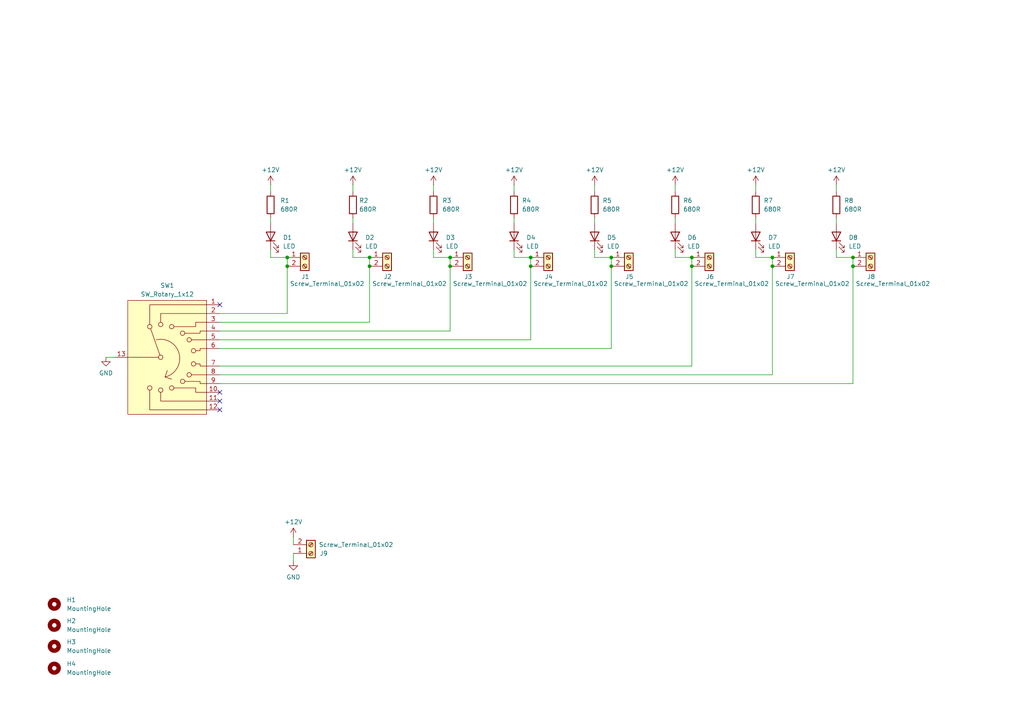
<source format=kicad_sch>
(kicad_sch (version 20250114) (generator "eeschema") (generator_version "9.0")
  (paper "A4")
  (title_block (title "Amp Switcher - 8-way Control Matrix") (date "2025-03-17") (rev "1.0") (comment 3 "SPDX-FileCopyrightText: 2025 Arnaud Ferraris <aferraris@debian.org>") (comment 4 "SPDX-License-Identifier: CERN-OHL-S-2.0+"))
  (lib_symbols
    (symbol "Connector:Screw_Terminal_01x02" (pin_names (offset 1.016) (hide yes))
      (property "Reference" "J" (at 0 2.54 0))
      (property "Value" "Screw_Terminal_01x02" (at 0 -5.08 0))
      (symbol "Screw_Terminal_01x02_1_1"
        (rectangle (start -1.27 1.27) (end 1.27 -3.81) (stroke (width 0.254)) (fill (type background)))
        (polyline (pts (xy -0.5334 0.3302) (xy 0.3302 -0.508)) (stroke (width 0.1524)))
        (polyline (pts (xy -0.5334 -2.2098) (xy 0.3302 -3.048)) (stroke (width 0.1524)))
        (polyline (pts (xy -0.3556 0.508) (xy 0.508 -0.3302)) (stroke (width 0.1524)))
        (polyline (pts (xy -0.3556 -2.032) (xy 0.508 -2.8702)) (stroke (width 0.1524)))
        (circle (center 0 0) (radius 0.635) (stroke (width 0.1524)))
        (circle (center 0 -2.54) (radius 0.635) (stroke (width 0.1524)))
        (pin passive line (at -5.08 0 0) (length 3.81) (name "Pin_1") (number "1"))
        (pin passive line (at -5.08 -2.54 0) (length 3.81) (name "Pin_2") (number "2"))
      )
    )
    (symbol "Device:LED" (pin_numbers (hide yes)) (pin_names (offset 1.016) (hide yes))
      (property "Reference" "D" (at 0 2.54 0))
      (property "Value" "LED" (at 0 -2.54 0))
      (symbol "LED_0_1"
        (polyline (pts (xy -3.048 -0.762) (xy -4.572 -2.286) (xy -3.81 -2.286) (xy -4.572 -2.286) (xy -4.572 -1.524)))
        (polyline (pts (xy -1.778 -0.762) (xy -3.302 -2.286) (xy -2.54 -2.286) (xy -3.302 -2.286) (xy -3.302 -1.524)))
        (polyline (pts (xy -1.27 0) (xy 1.27 0)))
        (polyline (pts (xy -1.27 -1.27) (xy -1.27 1.27)) (stroke (width 0.254)))
        (polyline (pts (xy 1.27 -1.27) (xy 1.27 1.27) (xy -1.27 0) (xy 1.27 -1.27)) (stroke (width 0.254)))
      )
      (symbol "LED_1_1"
        (pin passive line (at -3.81 0 0) (length 2.54) (name "K") (number "1"))
        (pin passive line (at 3.81 0 180) (length 2.54) (name "A") (number "2"))
      )
    )
    (symbol "Device:R" (pin_numbers (hide yes)) (pin_names (offset 0))
      (property "Reference" "R" (at 2.032 0 90))
      (property "Value" "R" (at 0 0 90))
      (symbol "R_0_1"
        (rectangle (start -1.016 -2.54) (end 1.016 2.54) (stroke (width 0.254)))
      )
      (symbol "R_1_1"
        (pin passive line (at 0 3.81 270) (length 1.27) (name "~") (number "1"))
        (pin passive line (at 0 -3.81 90) (length 1.27) (name "~") (number "2"))
      )
    )
    (symbol "Mechanical:MountingHole" (pin_names (offset 1.016)) (exclude_from_sim yes) (in_bom no)
      (property "Reference" "H" (at 0 5.08 0))
      (property "Value" "MountingHole" (at 0 3.175 0))
      (symbol "MountingHole_0_1"
        (circle (center 0 0) (radius 1.27) (stroke (width 1.27)))
      )
    )
    (symbol "Switch:SW_Rotary_1x12" (pin_names (offset 1.016) (hide yes))
      (property "Reference" "SW" (at 0 17.78 0))
      (property "Value" "SW_Rotary_1x12" (at 0 -17.78 0))
      (symbol "SW_Rotary_1x12_0_0"
        (polyline (pts (xy -5.08 9.525) (xy -5.08 15.24) (xy 11.43 15.24)))
        (circle (center -5.08 8.89) (radius 0.635))
        (circle (center -5.08 -8.89) (radius 0.635))
        (polyline (pts (xy -5.08 -9.525) (xy -5.08 -15.24) (xy 11.43 -15.24)))
        (polyline (pts (xy -2.1336 0.6096) (xy -4.826 8.2804)))
        (arc (start -3.175 5.08) (mid 3.4777 0.949) (end -0.635 -5.715))
        (polyline (pts (xy -1.905 10.16) (xy -1.905 12.7) (xy 11.43 12.7)))
        (circle (center -1.905 9.525) (radius 0.635))
        (circle (center -1.905 0) (radius 0.635))
        (circle (center -1.905 -9.525) (radius 0.635))
        (polyline (pts (xy -1.905 -10.16) (xy -1.905 -12.7) (xy 11.43 -12.7)))
        (polyline (pts (xy -0.635 -5.715) (xy 0 -3.81)))
        (polyline (pts (xy -0.635 -5.715) (xy 1.27 -6.35)))
        (circle (center 1.27 8.89) (radius 0.635))
        (circle (center 1.27 -8.89) (radius 0.635))
        (polyline (pts (xy 1.905 8.89) (xy 8.255 8.89) (xy 8.255 10.16) (xy 11.43 10.16)))
        (polyline (pts (xy 1.905 -8.89) (xy 8.255 -8.89) (xy 8.255 -10.16) (xy 11.43 -10.16)))
        (circle (center 4.445 6.985) (radius 0.635))
        (circle (center 4.445 -6.985) (radius 0.635))
        (polyline (pts (xy 5.08 6.985) (xy 9.525 6.985) (xy 9.525 7.62) (xy 11.43 7.62)))
        (polyline (pts (xy 5.08 -6.985) (xy 9.525 -6.985) (xy 9.525 -7.62) (xy 11.43 -7.62)))
        (circle (center 6.35 5.08) (radius 0.635))
        (circle (center 6.35 -5.08) (radius 0.635))
        (polyline (pts (xy 6.985 5.08) (xy 11.43 5.08)))
        (polyline (pts (xy 6.985 -5.08) (xy 11.43 -5.08)))
        (circle (center 7.62 1.905) (radius 0.635))
        (circle (center 7.62 -1.905) (radius 0.635))
        (polyline (pts (xy 8.255 1.905) (xy 9.525 1.905) (xy 9.525 2.54) (xy 11.43 2.54)))
        (polyline (pts (xy 8.255 -1.905) (xy 9.525 -1.905) (xy 9.525 -2.54) (xy 11.43 -2.54)))
      )
      (symbol "SW_Rotary_1x12_1_1"
        (rectangle (start -11.43 16.51) (end 11.43 -16.51) (fill (type background)))
        (polyline (pts (xy -11.43 0) (xy -2.54 0)))
        (pin passive line (at -15.24 0 0) (length 3.81) (name "13") (number "13"))
        (pin passive line (at 15.24 15.24 180) (length 3.81) (name "1") (number "1"))
        (pin passive line (at 15.24 12.7 180) (length 3.81) (name "2") (number "2"))
        (pin passive line (at 15.24 10.16 180) (length 3.81) (name "3") (number "3"))
        (pin passive line (at 15.24 7.62 180) (length 3.81) (name "4") (number "4"))
        (pin passive line (at 15.24 5.08 180) (length 3.81) (name "5") (number "5"))
        (pin passive line (at 15.24 2.54 180) (length 3.81) (name "6") (number "6"))
        (pin passive line (at 15.24 -2.54 180) (length 3.81) (name "7") (number "7"))
        (pin passive line (at 15.24 -5.08 180) (length 3.81) (name "8") (number "8"))
        (pin passive line (at 15.24 -7.62 180) (length 3.81) (name "9") (number "9"))
        (pin passive line (at 15.24 -10.16 180) (length 3.81) (name "10") (number "10"))
        (pin passive line (at 15.24 -12.7 180) (length 3.81) (name "11") (number "11"))
        (pin passive line (at 15.24 -15.24 180) (length 3.81) (name "12") (number "12"))
      )
    )
    (symbol "power:+12V" (power) (pin_numbers (hide yes)) (pin_names (offset 0) (hide yes))
      (property "Value" "+12V" (at 0 3.556 0))
      (symbol "+12V_0_1"
        (polyline (pts (xy -0.762 1.27) (xy 0 2.54)))
        (polyline (pts (xy 0 2.54) (xy 0.762 1.27)))
        (polyline (pts (xy 0 0) (xy 0 2.54)))
      )
      (symbol "+12V_1_1"
        (pin power_in line (at 0 0 90) (length 0) (name "~") (number "1"))
      )
    )
    (symbol "power:GND" (power) (pin_numbers (hide yes)) (pin_names (offset 0) (hide yes))
      (property "Value" "GND" (at 0 -3.81 0))
      (symbol "GND_0_1"
        (polyline (pts (xy 0 0) (xy 0 -1.27) (xy 1.27 -1.27) (xy 0 -2.54) (xy -1.27 -1.27) (xy 0 -1.27)))
      )
      (symbol "GND_1_1"
        (pin power_in line (at 0 0 270) (length 0) (name "~") (number "1"))
      )
    )
  )
  (junction (at 200.66 77.216))
  (junction (at 107.188 74.676))
  (junction (at 153.924 77.216))
  (junction (at 177.292 74.676))
  (junction (at 83.312 74.676))
  (junction (at 107.188 77.216))
  (junction (at 247.396 77.216))
  (junction (at 247.396 74.676))
  (junction (at 153.924 74.676))
  (junction (at 130.556 74.676))
  (junction (at 83.312 77.216))
  (junction (at 224.028 77.216))
  (junction (at 224.028 74.676))
  (junction (at 200.66 74.676))
  (junction (at 177.292 77.216))
  (junction (at 130.556 77.216))
  (no_connect (at 63.754 116.332))
  (no_connect (at 63.754 118.872))
  (no_connect (at 63.754 88.392))
  (no_connect (at 63.754 113.792))
  (wire (pts (xy 149.098 53.594) (xy 149.098 55.626)))
  (wire (pts (xy 78.486 53.594) (xy 78.486 55.626)))
  (wire (pts (xy 200.66 74.676) (xy 200.66 77.216)))
  (wire (pts (xy 149.098 72.39) (xy 149.098 74.676)))
  (wire (pts (xy 195.834 72.39) (xy 195.834 74.676)))
  (wire (pts (xy 247.396 77.216) (xy 247.396 111.252)))
  (wire (pts (xy 219.202 63.246) (xy 219.202 64.77)))
  (wire (pts (xy 85.09 160.528) (xy 85.09 162.814)))
  (wire (pts (xy 63.754 101.092) (xy 177.292 101.092)))
  (wire (pts (xy 107.188 74.676) (xy 107.188 77.216)))
  (wire (pts (xy 63.754 106.172) (xy 200.66 106.172)))
  (wire (pts (xy 125.73 74.676) (xy 130.556 74.676)))
  (wire (pts (xy 242.57 74.676) (xy 247.396 74.676)))
  (wire (pts (xy 224.028 77.216) (xy 224.028 108.712)))
  (wire (pts (xy 172.466 63.246) (xy 172.466 64.77)))
  (wire (pts (xy 125.73 63.246) (xy 125.73 64.77)))
  (wire (pts (xy 63.754 93.472) (xy 107.188 93.472)))
  (wire (pts (xy 83.312 90.932) (xy 83.312 77.216)))
  (wire (pts (xy 102.362 74.676) (xy 107.188 74.676)))
  (wire (pts (xy 149.098 63.246) (xy 149.098 64.77)))
  (wire (pts (xy 219.202 74.676) (xy 224.028 74.676)))
  (wire (pts (xy 102.362 63.246) (xy 102.362 64.77)))
  (wire (pts (xy 219.202 53.594) (xy 219.202 55.626)))
  (wire (pts (xy 153.924 74.676) (xy 153.924 77.216)))
  (wire (pts (xy 63.754 96.012) (xy 130.556 96.012)))
  (wire (pts (xy 78.486 74.676) (xy 83.312 74.676)))
  (wire (pts (xy 195.834 63.246) (xy 195.834 64.77)))
  (wire (pts (xy 63.754 98.552) (xy 153.924 98.552)))
  (wire (pts (xy 102.362 53.594) (xy 102.362 55.626)))
  (wire (pts (xy 149.098 74.676) (xy 153.924 74.676)))
  (wire (pts (xy 63.754 111.252) (xy 247.396 111.252)))
  (wire (pts (xy 130.556 74.676) (xy 130.556 77.216)))
  (wire (pts (xy 247.396 74.676) (xy 247.396 77.216)))
  (wire (pts (xy 83.312 74.676) (xy 83.312 77.216)))
  (wire (pts (xy 78.486 72.39) (xy 78.486 74.676)))
  (wire (pts (xy 125.73 72.39) (xy 125.73 74.676)))
  (wire (pts (xy 242.57 72.39) (xy 242.57 74.676)))
  (wire (pts (xy 63.754 90.932) (xy 83.312 90.932)))
  (wire (pts (xy 200.66 106.172) (xy 200.66 77.216)))
  (wire (pts (xy 224.028 74.676) (xy 224.028 77.216)))
  (wire (pts (xy 130.556 96.012) (xy 130.556 77.216)))
  (wire (pts (xy 153.924 98.552) (xy 153.924 77.216)))
  (wire (pts (xy 125.73 53.594) (xy 125.73 55.626)))
  (wire (pts (xy 172.466 53.594) (xy 172.466 55.626)))
  (wire (pts (xy 195.834 53.594) (xy 195.834 55.626)))
  (wire (pts (xy 102.362 72.39) (xy 102.362 74.676)))
  (wire (pts (xy 78.486 63.246) (xy 78.486 64.77)))
  (wire (pts (xy 177.292 74.676) (xy 177.292 77.216)))
  (wire (pts (xy 224.028 108.712) (xy 63.754 108.712)))
  (wire (pts (xy 172.466 72.39) (xy 172.466 74.676)))
  (wire (pts (xy 195.834 74.676) (xy 200.66 74.676)))
  (wire (pts (xy 219.202 72.39) (xy 219.202 74.676)))
  (wire (pts (xy 107.188 93.472) (xy 107.188 77.216)))
  (wire (pts (xy 30.734 103.632) (xy 33.274 103.632)))
  (wire (pts (xy 177.292 101.092) (xy 177.292 77.216)))
  (wire (pts (xy 85.09 155.702) (xy 85.09 157.988)))
  (wire (pts (xy 242.57 53.594) (xy 242.57 55.626)))
  (wire (pts (xy 242.57 63.246) (xy 242.57 64.77)))
  (wire (pts (xy 172.466 74.676) (xy 177.292 74.676)))
  (symbol (lib_id "Connector:Screw_Terminal_01x02") (at 252.476 74.676 0) (unit 1)
    (property "Reference" "J8" (at 251.46 80.264 0) (effects (justify left)))
    (property "Value" "Screw_Terminal_01x02" (at 248.158 82.296 0) (effects (justify left)))
    (property "Footprint" "TerminalBlock:TerminalBlock_bornier-2_P5.08mm" (effects (hide yes)))
    (property "Description" "Generic screw terminal, single row, 01x02, script generated (kicad-library-utils/schlib/autogen/connector/)" (effects (hide yes)))
  )
  (symbol (lib_id "Connector:Screw_Terminal_01x02") (at 90.17 160.528 0) (mirror x) (unit 1)
    (property "Reference" "J9" (at 92.71 160.528 0) (effects (justify left)))
    (property "Value" "Screw_Terminal_01x02" (at 92.456 157.988 0) (effects (justify left)))
    (property "Footprint" "TerminalBlock:TerminalBlock_bornier-2_P5.08mm" (effects (hide yes)))
    (property "Description" "Generic screw terminal, single row, 01x02, script generated (kicad-library-utils/schlib/autogen/connector/)" (effects (hide yes)))
  )
  (symbol (lib_id "Mechanical:MountingHole") (at 15.748 187.452 0) (unit 1) (exclude_from_sim yes) (in_bom no)
    (property "Reference" "H3" (at 19.304 186.1819 0) (effects (justify left)))
    (property "Value" "MountingHole" (at 19.304 188.7219 0) (effects (justify left)))
    (property "Footprint" "MountingHole:MountingHole_3.2mm_M3" (effects (hide yes)))
    (property "Description" "Mounting Hole without connection" (effects (hide yes)))
  )
  (symbol (lib_id "Connector:Screw_Terminal_01x02") (at 88.392 74.676 0) (unit 1)
    (property "Reference" "J1" (at 87.376 80.264 0) (effects (justify left)))
    (property "Value" "Screw_Terminal_01x02" (at 84.074 82.296 0) (effects (justify left)))
    (property "Footprint" "TerminalBlock:TerminalBlock_bornier-2_P5.08mm" (effects (hide yes)))
    (property "Description" "Generic screw terminal, single row, 01x02, script generated (kicad-library-utils/schlib/autogen/connector/)" (effects (hide yes)))
  )
  (symbol (lib_id "Connector:Screw_Terminal_01x02") (at 229.108 74.676 0) (unit 1)
    (property "Reference" "J7" (at 228.092 80.264 0) (effects (justify left)))
    (property "Value" "Screw_Terminal_01x02" (at 224.79 82.296 0) (effects (justify left)))
    (property "Footprint" "TerminalBlock:TerminalBlock_bornier-2_P5.08mm" (effects (hide yes)))
    (property "Description" "Generic screw terminal, single row, 01x02, script generated (kicad-library-utils/schlib/autogen/connector/)" (effects (hide yes)))
  )
  (symbol (lib_id "Device:R") (at 195.834 59.436 0) (unit 1)
    (property "Reference" "R6" (at 198.12 58.1659 0) (effects (justify left)))
    (property "Value" "680R" (at 198.12 60.7059 0) (effects (justify left)))
    (property "Footprint" "Resistor_THT:R_Axial_DIN0207_L6.3mm_D2.5mm_P7.62mm_Horizontal" (effects (hide yes)))
    (property "Description" "Resistor" (effects (hide yes)))
  )
  (symbol (lib_id "power:+12V") (at 125.73 53.594 0) (unit 1)
    (property "Reference" "#PWR04" (effects (hide yes)))
    (property "Value" "+12V" (at 125.73 49.276 0))
    (property "Description" "Power symbol creates a global label with name \"+12V\"" (effects (hide yes)))
  )
  (symbol (lib_id "Switch:SW_Rotary_1x12") (at 48.514 103.632 0) (unit 1)
    (property "Reference" "SW1" (at 48.514 82.804 0))
    (property "Value" "SW_Rotary_1x12" (at 48.514 85.344 0))
    (property "Footprint" "Personal_Footprints:CK1059" (effects (hide yes)))
    (property "Datasheet" "http://cdn-reichelt.de/documents/datenblatt/C200/DS-Serie%23LOR.pdf" (effects (hide yes)))
    (property "Description" "rotary switch with 12 positions" (effects (hide yes)))
  )
  (symbol (lib_id "Connector:Screw_Terminal_01x02") (at 112.268 74.676 0) (unit 1)
    (property "Reference" "J2" (at 111.252 80.264 0) (effects (justify left)))
    (property "Value" "Screw_Terminal_01x02" (at 107.95 82.296 0) (effects (justify left)))
    (property "Footprint" "TerminalBlock:TerminalBlock_bornier-2_P5.08mm" (effects (hide yes)))
    (property "Description" "Generic screw terminal, single row, 01x02, script generated (kicad-library-utils/schlib/autogen/connector/)" (effects (hide yes)))
  )
  (symbol (lib_id "power:GND") (at 30.734 103.632 0) (unit 1)
    (property "Reference" "#PWR02" (effects (hide yes)))
    (property "Value" "GND" (at 30.734 108.204 0))
    (property "Description" "Power symbol creates a global label with name \"GND\" , ground" (effects (hide yes)))
  )
  (symbol (lib_id "power:+12V") (at 172.466 53.594 0) (unit 1)
    (property "Reference" "#PWR06" (effects (hide yes)))
    (property "Value" "+12V" (at 172.466 49.276 0))
    (property "Description" "Power symbol creates a global label with name \"+12V\"" (effects (hide yes)))
  )
  (symbol (lib_id "power:+12V") (at 242.57 53.594 0) (unit 1)
    (property "Reference" "#PWR09" (effects (hide yes)))
    (property "Value" "+12V" (at 242.57 49.276 0))
    (property "Description" "Power symbol creates a global label with name \"+12V\"" (effects (hide yes)))
  )
  (symbol (lib_id "Device:R") (at 149.098 59.436 0) (unit 1)
    (property "Reference" "R4" (at 151.384 58.1659 0) (effects (justify left)))
    (property "Value" "680R" (at 151.384 60.7059 0) (effects (justify left)))
    (property "Footprint" "Resistor_THT:R_Axial_DIN0207_L6.3mm_D2.5mm_P7.62mm_Horizontal" (effects (hide yes)))
    (property "Description" "Resistor" (effects (hide yes)))
  )
  (symbol (lib_id "Device:LED") (at 242.57 68.58 90) (unit 1)
    (property "Reference" "D8" (at 246.126 68.8974 90) (effects (justify right)))
    (property "Value" "LED" (at 246.126 71.4374 90) (effects (justify right)))
    (property "Footprint" "LED_THT:LED_D3.0mm" (effects (hide yes)))
    (property "Description" "Light emitting diode" (effects (hide yes)))
    (property "Sim.Pins" "1=K 2=A" (effects (hide yes)))
  )
  (symbol (lib_id "Connector:Screw_Terminal_01x02") (at 135.636 74.676 0) (unit 1)
    (property "Reference" "J3" (at 134.62 80.264 0) (effects (justify left)))
    (property "Value" "Screw_Terminal_01x02" (at 131.318 82.296 0) (effects (justify left)))
    (property "Footprint" "TerminalBlock:TerminalBlock_bornier-2_P5.08mm" (effects (hide yes)))
    (property "Description" "Generic screw terminal, single row, 01x02, script generated (kicad-library-utils/schlib/autogen/connector/)" (effects (hide yes)))
  )
  (symbol (lib_id "Device:LED") (at 102.362 68.58 90) (unit 1)
    (property "Reference" "D2" (at 105.918 68.8974 90) (effects (justify right)))
    (property "Value" "LED" (at 105.918 71.4374 90) (effects (justify right)))
    (property "Footprint" "LED_THT:LED_D3.0mm" (effects (hide yes)))
    (property "Description" "Light emitting diode" (effects (hide yes)))
    (property "Sim.Pins" "1=K 2=A" (effects (hide yes)))
  )
  (symbol (lib_id "power:+12V") (at 195.834 53.594 0) (unit 1)
    (property "Reference" "#PWR07" (effects (hide yes)))
    (property "Value" "+12V" (at 195.834 49.276 0))
    (property "Description" "Power symbol creates a global label with name \"+12V\"" (effects (hide yes)))
  )
  (symbol (lib_id "Device:LED") (at 219.202 68.58 90) (unit 1)
    (property "Reference" "D7" (at 222.758 68.8974 90) (effects (justify right)))
    (property "Value" "LED" (at 222.758 71.4374 90) (effects (justify right)))
    (property "Footprint" "LED_THT:LED_D3.0mm" (effects (hide yes)))
    (property "Description" "Light emitting diode" (effects (hide yes)))
    (property "Sim.Pins" "1=K 2=A" (effects (hide yes)))
  )
  (symbol (lib_id "Connector:Screw_Terminal_01x02") (at 205.74 74.676 0) (unit 1)
    (property "Reference" "J6" (at 204.724 80.264 0) (effects (justify left)))
    (property "Value" "Screw_Terminal_01x02" (at 201.422 82.296 0) (effects (justify left)))
    (property "Footprint" "TerminalBlock:TerminalBlock_bornier-2_P5.08mm" (effects (hide yes)))
    (property "Description" "Generic screw terminal, single row, 01x02, script generated (kicad-library-utils/schlib/autogen/connector/)" (effects (hide yes)))
  )
  (symbol (lib_id "power:+12V") (at 78.486 53.594 0) (unit 1)
    (property "Reference" "#PWR01" (effects (hide yes)))
    (property "Value" "+12V" (at 78.486 49.276 0))
    (property "Description" "Power symbol creates a global label with name \"+12V\"" (effects (hide yes)))
  )
  (symbol (lib_id "power:+12V") (at 85.09 155.702 0) (unit 1)
    (property "Reference" "#PWR010" (effects (hide yes)))
    (property "Value" "+12V" (at 85.09 151.384 0))
    (property "Description" "Power symbol creates a global label with name \"+12V\"" (effects (hide yes)))
  )
  (symbol (lib_id "Device:LED") (at 78.486 68.58 90) (unit 1)
    (property "Reference" "D1" (at 82.042 68.8974 90) (effects (justify right)))
    (property "Value" "LED" (at 82.042 71.4374 90) (effects (justify right)))
    (property "Footprint" "LED_THT:LED_D3.0mm" (effects (hide yes)))
    (property "Description" "Light emitting diode" (effects (hide yes)))
    (property "Sim.Pins" "1=K 2=A" (effects (hide yes)))
  )
  (symbol (lib_id "power:+12V") (at 219.202 53.594 0) (unit 1)
    (property "Reference" "#PWR08" (effects (hide yes)))
    (property "Value" "+12V" (at 219.202 49.276 0))
    (property "Description" "Power symbol creates a global label with name \"+12V\"" (effects (hide yes)))
  )
  (symbol (lib_id "Device:LED") (at 149.098 68.58 90) (unit 1)
    (property "Reference" "D4" (at 152.654 68.8974 90) (effects (justify right)))
    (property "Value" "LED" (at 152.654 71.4374 90) (effects (justify right)))
    (property "Footprint" "LED_THT:LED_D3.0mm" (effects (hide yes)))
    (property "Description" "Light emitting diode" (effects (hide yes)))
    (property "Sim.Pins" "1=K 2=A" (effects (hide yes)))
  )
  (symbol (lib_id "Device:R") (at 242.57 59.436 0) (unit 1)
    (property "Reference" "R8" (at 244.856 58.1659 0) (effects (justify left)))
    (property "Value" "680R" (at 244.856 60.7059 0) (effects (justify left)))
    (property "Footprint" "Resistor_THT:R_Axial_DIN0207_L6.3mm_D2.5mm_P7.62mm_Horizontal" (effects (hide yes)))
    (property "Description" "Resistor" (effects (hide yes)))
  )
  (symbol (lib_id "power:GND") (at 85.09 162.814 0) (unit 1)
    (property "Reference" "#PWR011" (effects (hide yes)))
    (property "Value" "GND" (at 85.09 167.386 0))
    (property "Description" "Power symbol creates a global label with name \"GND\" , ground" (effects (hide yes)))
  )
  (symbol (lib_id "Connector:Screw_Terminal_01x02") (at 159.004 74.676 0) (unit 1)
    (property "Reference" "J4" (at 157.988 80.264 0) (effects (justify left)))
    (property "Value" "Screw_Terminal_01x02" (at 154.686 82.296 0) (effects (justify left)))
    (property "Footprint" "TerminalBlock:TerminalBlock_bornier-2_P5.08mm" (effects (hide yes)))
    (property "Description" "Generic screw terminal, single row, 01x02, script generated (kicad-library-utils/schlib/autogen/connector/)" (effects (hide yes)))
  )
  (symbol (lib_id "Mechanical:MountingHole") (at 15.748 193.802 0) (unit 1) (exclude_from_sim yes) (in_bom no)
    (property "Reference" "H4" (at 19.304 192.5319 0) (effects (justify left)))
    (property "Value" "MountingHole" (at 19.304 195.0719 0) (effects (justify left)))
    (property "Footprint" "MountingHole:MountingHole_3.2mm_M3" (effects (hide yes)))
    (property "Description" "Mounting Hole without connection" (effects (hide yes)))
  )
  (symbol (lib_id "Device:R") (at 78.486 59.436 0) (unit 1)
    (property "Reference" "R1" (at 81.28 58.1659 0) (effects (justify left)))
    (property "Value" "680R" (at 81.28 60.7059 0) (effects (justify left)))
    (property "Footprint" "Resistor_THT:R_Axial_DIN0207_L6.3mm_D2.5mm_P7.62mm_Horizontal" (effects (hide yes)))
    (property "Description" "Resistor" (effects (hide yes)))
  )
  (symbol (lib_id "Device:R") (at 219.202 59.436 0) (unit 1)
    (property "Reference" "R7" (at 221.488 58.1659 0) (effects (justify left)))
    (property "Value" "680R" (at 221.488 60.7059 0) (effects (justify left)))
    (property "Footprint" "Resistor_THT:R_Axial_DIN0207_L6.3mm_D2.5mm_P7.62mm_Horizontal" (effects (hide yes)))
    (property "Description" "Resistor" (effects (hide yes)))
  )
  (symbol (lib_id "Device:R") (at 102.362 59.436 0) (unit 1)
    (property "Reference" "R2" (at 104.14 58.1659 0) (effects (justify left)))
    (property "Value" "680R" (at 104.14 60.7059 0) (effects (justify left)))
    (property "Footprint" "Resistor_THT:R_Axial_DIN0207_L6.3mm_D2.5mm_P7.62mm_Horizontal" (effects (hide yes)))
    (property "Description" "Resistor" (effects (hide yes)))
  )
  (symbol (lib_id "Device:LED") (at 125.73 68.58 90) (unit 1)
    (property "Reference" "D3" (at 129.286 68.8974 90) (effects (justify right)))
    (property "Value" "LED" (at 129.286 71.4374 90) (effects (justify right)))
    (property "Footprint" "LED_THT:LED_D3.0mm" (effects (hide yes)))
    (property "Description" "Light emitting diode" (effects (hide yes)))
    (property "Sim.Pins" "1=K 2=A" (effects (hide yes)))
  )
  (symbol (lib_id "power:+12V") (at 102.362 53.594 0) (unit 1)
    (property "Reference" "#PWR03" (effects (hide yes)))
    (property "Value" "+12V" (at 102.362 49.276 0))
    (property "Description" "Power symbol creates a global label with name \"+12V\"" (effects (hide yes)))
  )
  (symbol (lib_id "power:+12V") (at 149.098 53.594 0) (unit 1)
    (property "Reference" "#PWR05" (effects (hide yes)))
    (property "Value" "+12V" (at 149.098 49.276 0))
    (property "Description" "Power symbol creates a global label with name \"+12V\"" (effects (hide yes)))
  )
  (symbol (lib_id "Device:R") (at 125.73 59.436 0) (unit 1)
    (property "Reference" "R3" (at 128.27 58.1659 0) (effects (justify left)))
    (property "Value" "680R" (at 128.27 60.7059 0) (effects (justify left)))
    (property "Footprint" "Resistor_THT:R_Axial_DIN0207_L6.3mm_D2.5mm_P7.62mm_Horizontal" (effects (hide yes)))
    (property "Description" "Resistor" (effects (hide yes)))
  )
  (symbol (lib_id "Mechanical:MountingHole") (at 15.748 181.356 0) (unit 1) (exclude_from_sim yes) (in_bom no)
    (property "Reference" "H2" (at 19.304 180.0859 0) (effects (justify left)))
    (property "Value" "MountingHole" (at 19.304 182.6259 0) (effects (justify left)))
    (property "Footprint" "MountingHole:MountingHole_3.2mm_M3" (effects (hide yes)))
    (property "Description" "Mounting Hole without connection" (effects (hide yes)))
  )
  (symbol (lib_id "Connector:Screw_Terminal_01x02") (at 182.372 74.676 0) (unit 1)
    (property "Reference" "J5" (at 181.356 80.264 0) (effects (justify left)))
    (property "Value" "Screw_Terminal_01x02" (at 178.054 82.296 0) (effects (justify left)))
    (property "Footprint" "TerminalBlock:TerminalBlock_bornier-2_P5.08mm" (effects (hide yes)))
    (property "Description" "Generic screw terminal, single row, 01x02, script generated (kicad-library-utils/schlib/autogen/connector/)" (effects (hide yes)))
  )
  (symbol (lib_id "Mechanical:MountingHole") (at 15.748 175.26 0) (unit 1) (exclude_from_sim yes) (in_bom no)
    (property "Reference" "H1" (at 19.304 173.9899 0) (effects (justify left)))
    (property "Value" "MountingHole" (at 19.304 176.5299 0) (effects (justify left)))
    (property "Footprint" "MountingHole:MountingHole_3.2mm_M3" (effects (hide yes)))
    (property "Description" "Mounting Hole without connection" (effects (hide yes)))
  )
  (symbol (lib_id "Device:LED") (at 195.834 68.58 90) (unit 1)
    (property "Reference" "D6" (at 199.39 68.8974 90) (effects (justify right)))
    (property "Value" "LED" (at 199.39 71.4374 90) (effects (justify right)))
    (property "Footprint" "LED_THT:LED_D3.0mm" (effects (hide yes)))
    (property "Description" "Light emitting diode" (effects (hide yes)))
    (property "Sim.Pins" "1=K 2=A" (effects (hide yes)))
  )
  (symbol (lib_id "Device:LED") (at 172.466 68.58 90) (unit 1)
    (property "Reference" "D5" (at 176.022 68.8974 90) (effects (justify right)))
    (property "Value" "LED" (at 176.022 71.4374 90) (effects (justify right)))
    (property "Footprint" "LED_THT:LED_D3.0mm" (effects (hide yes)))
    (property "Description" "Light emitting diode" (effects (hide yes)))
    (property "Sim.Pins" "1=K 2=A" (effects (hide yes)))
  )
  (symbol (lib_id "Device:R") (at 172.466 59.436 0) (unit 1)
    (property "Reference" "R5" (at 174.752 58.1659 0) (effects (justify left)))
    (property "Value" "680R" (at 174.752 60.7059 0) (effects (justify left)))
    (property "Footprint" "Resistor_THT:R_Axial_DIN0207_L6.3mm_D2.5mm_P7.62mm_Horizontal" (effects (hide yes)))
    (property "Description" "Resistor" (effects (hide yes)))
  )
)
</source>
